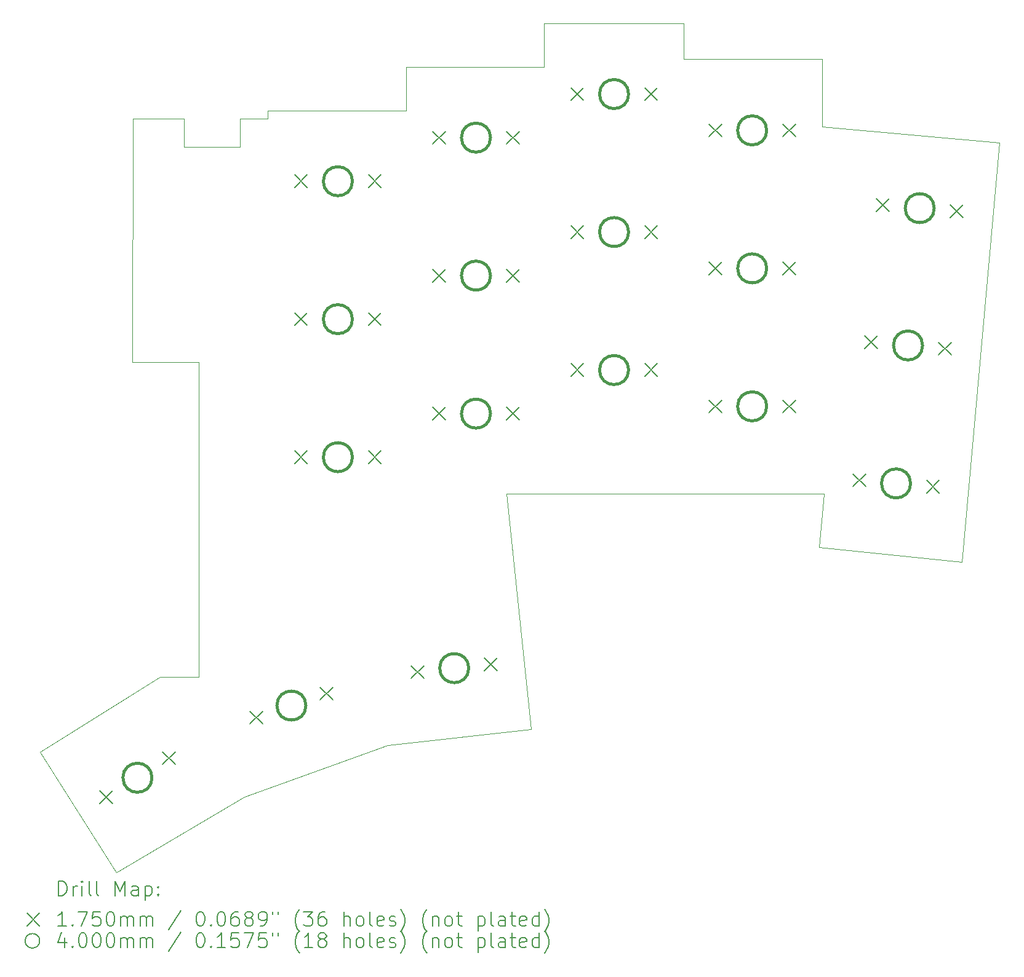
<source format=gbr>
%TF.GenerationSoftware,KiCad,Pcbnew,7.0.7*%
%TF.CreationDate,2023-11-26T11:10:45-07:00*%
%TF.ProjectId,TypeStationX,54797065-5374-4617-9469-6f6e582e6b69,rev?*%
%TF.SameCoordinates,Original*%
%TF.FileFunction,Drillmap*%
%TF.FilePolarity,Positive*%
%FSLAX45Y45*%
G04 Gerber Fmt 4.5, Leading zero omitted, Abs format (unit mm)*
G04 Created by KiCad (PCBNEW 7.0.7) date 2023-11-26 11:10:45*
%MOMM*%
%LPD*%
G01*
G04 APERTURE LIST*
%ADD10C,0.100000*%
%ADD11C,0.200000*%
%ADD12C,0.175000*%
%ADD13C,0.400000*%
G04 APERTURE END LIST*
D10*
X24107598Y-4690000D02*
X26007598Y-4690000D01*
X26007598Y-5620000D01*
X28447598Y-5840000D01*
X27927598Y-11610000D01*
X25967598Y-11410000D01*
X26037598Y-10670000D01*
X21667598Y-10670000D01*
X22007598Y-13920000D01*
X20027598Y-14140000D01*
X18057598Y-14850000D01*
X16297598Y-15890000D01*
X15247598Y-14230000D01*
X16902598Y-13200000D01*
X17427598Y-13200000D01*
X17427598Y-8860000D01*
X16517598Y-8860000D01*
X16522598Y-5510000D01*
X17232598Y-5510000D01*
X17232598Y-5900000D01*
X17997598Y-5900000D01*
X17997598Y-5510000D01*
X18382598Y-5510000D01*
X18382598Y-5400000D01*
X20282598Y-5400000D01*
X20282598Y-4800000D01*
X22182598Y-4800000D01*
X22182598Y-4195000D01*
X24107598Y-4195000D01*
X24107598Y-4690000D01*
D11*
D12*
X16069677Y-14765859D02*
X16244677Y-14940859D01*
X16244677Y-14765859D02*
X16069677Y-14940859D01*
X16931294Y-14227461D02*
X17106294Y-14402461D01*
X17106294Y-14227461D02*
X16931294Y-14402461D01*
X18138511Y-13668288D02*
X18313511Y-13843288D01*
X18313511Y-13668288D02*
X18138511Y-13843288D01*
X18750096Y-6282408D02*
X18925096Y-6457408D01*
X18925096Y-6282408D02*
X18750096Y-6457408D01*
X18750096Y-8182408D02*
X18925096Y-8357408D01*
X18925096Y-8182408D02*
X18750096Y-8357408D01*
X18750096Y-10082408D02*
X18925096Y-10257408D01*
X18925096Y-10082408D02*
X18750096Y-10257408D01*
X19099158Y-13337511D02*
X19274158Y-13512511D01*
X19274158Y-13337511D02*
X19099158Y-13512511D01*
X19766096Y-6282408D02*
X19941096Y-6457408D01*
X19941096Y-6282408D02*
X19766096Y-6457408D01*
X19766096Y-8182408D02*
X19941096Y-8357408D01*
X19941096Y-8182408D02*
X19766096Y-8357408D01*
X19766096Y-10082408D02*
X19941096Y-10257408D01*
X19941096Y-10082408D02*
X19766096Y-10257408D01*
X20353386Y-13040461D02*
X20528386Y-13215461D01*
X20528386Y-13040461D02*
X20353386Y-13215461D01*
X20650096Y-5682408D02*
X20825096Y-5857408D01*
X20825096Y-5682408D02*
X20650096Y-5857408D01*
X20650096Y-7582408D02*
X20825096Y-7757408D01*
X20825096Y-7582408D02*
X20650096Y-7757408D01*
X20650096Y-9482408D02*
X20825096Y-9657408D01*
X20825096Y-9482408D02*
X20650096Y-9657408D01*
X21363820Y-12934260D02*
X21538820Y-13109260D01*
X21538820Y-12934260D02*
X21363820Y-13109260D01*
X21666096Y-5682408D02*
X21841096Y-5857408D01*
X21841096Y-5682408D02*
X21666096Y-5857408D01*
X21666096Y-7582408D02*
X21841096Y-7757408D01*
X21841096Y-7582408D02*
X21666096Y-7757408D01*
X21666096Y-9482408D02*
X21841096Y-9657408D01*
X21841096Y-9482408D02*
X21666096Y-9657408D01*
X22550096Y-5082408D02*
X22725096Y-5257408D01*
X22725096Y-5082408D02*
X22550096Y-5257408D01*
X22550096Y-6982408D02*
X22725096Y-7157408D01*
X22725096Y-6982408D02*
X22550096Y-7157408D01*
X22550096Y-8882408D02*
X22725096Y-9057408D01*
X22725096Y-8882408D02*
X22550096Y-9057408D01*
X23566096Y-5082408D02*
X23741096Y-5257408D01*
X23741096Y-5082408D02*
X23566096Y-5257408D01*
X23566096Y-6982408D02*
X23741096Y-7157408D01*
X23741096Y-6982408D02*
X23566096Y-7157408D01*
X23566096Y-8882408D02*
X23741096Y-9057408D01*
X23741096Y-8882408D02*
X23566096Y-9057408D01*
X24450096Y-5582408D02*
X24625096Y-5757408D01*
X24625096Y-5582408D02*
X24450096Y-5757408D01*
X24450096Y-7482408D02*
X24625096Y-7657408D01*
X24625096Y-7482408D02*
X24450096Y-7657408D01*
X24450096Y-9382408D02*
X24625096Y-9557408D01*
X24625096Y-9382408D02*
X24450096Y-9557408D01*
X25466096Y-5582408D02*
X25641096Y-5757408D01*
X25641096Y-5582408D02*
X25466096Y-5757408D01*
X25466096Y-7482408D02*
X25641096Y-7657408D01*
X25641096Y-7482408D02*
X25466096Y-7657408D01*
X25466096Y-9382408D02*
X25641096Y-9557408D01*
X25641096Y-9382408D02*
X25466096Y-9557408D01*
X26431644Y-10399374D02*
X26606644Y-10574374D01*
X26606644Y-10399374D02*
X26431644Y-10574374D01*
X26596445Y-8499632D02*
X26771445Y-8674632D01*
X26771445Y-8499632D02*
X26596445Y-8674632D01*
X26757368Y-6609022D02*
X26932368Y-6784022D01*
X26932368Y-6609022D02*
X26757368Y-6784022D01*
X27443777Y-10487924D02*
X27618777Y-10662924D01*
X27618777Y-10487924D02*
X27443777Y-10662924D01*
X27608579Y-8588182D02*
X27783579Y-8763182D01*
X27783579Y-8588182D02*
X27608579Y-8763182D01*
X27769502Y-6697572D02*
X27944502Y-6872572D01*
X27944502Y-6697572D02*
X27769502Y-6872572D01*
D13*
X16787986Y-14584160D02*
G75*
G03*
X16787986Y-14584160I-200000J0D01*
G01*
X18906334Y-13590399D02*
G75*
G03*
X18906334Y-13590399I-200000J0D01*
G01*
X19545596Y-6369908D02*
G75*
G03*
X19545596Y-6369908I-200000J0D01*
G01*
X19545596Y-8269908D02*
G75*
G03*
X19545596Y-8269908I-200000J0D01*
G01*
X19545596Y-10169908D02*
G75*
G03*
X19545596Y-10169908I-200000J0D01*
G01*
X21146103Y-13074860D02*
G75*
G03*
X21146103Y-13074860I-200000J0D01*
G01*
X21445596Y-5769908D02*
G75*
G03*
X21445596Y-5769908I-200000J0D01*
G01*
X21445596Y-7669908D02*
G75*
G03*
X21445596Y-7669908I-200000J0D01*
G01*
X21445596Y-9569908D02*
G75*
G03*
X21445596Y-9569908I-200000J0D01*
G01*
X23345596Y-5169908D02*
G75*
G03*
X23345596Y-5169908I-200000J0D01*
G01*
X23345596Y-7069908D02*
G75*
G03*
X23345596Y-7069908I-200000J0D01*
G01*
X23345596Y-8969908D02*
G75*
G03*
X23345596Y-8969908I-200000J0D01*
G01*
X25245596Y-5669908D02*
G75*
G03*
X25245596Y-5669908I-200000J0D01*
G01*
X25245596Y-7569908D02*
G75*
G03*
X25245596Y-7569908I-200000J0D01*
G01*
X25245596Y-9469908D02*
G75*
G03*
X25245596Y-9469908I-200000J0D01*
G01*
X27225211Y-10531149D02*
G75*
G03*
X27225211Y-10531149I-200000J0D01*
G01*
X27390012Y-8631407D02*
G75*
G03*
X27390012Y-8631407I-200000J0D01*
G01*
X27550935Y-6740797D02*
G75*
G03*
X27550935Y-6740797I-200000J0D01*
G01*
D11*
X15503374Y-16206484D02*
X15503374Y-16006484D01*
X15503374Y-16006484D02*
X15550993Y-16006484D01*
X15550993Y-16006484D02*
X15579565Y-16016008D01*
X15579565Y-16016008D02*
X15598612Y-16035055D01*
X15598612Y-16035055D02*
X15608136Y-16054103D01*
X15608136Y-16054103D02*
X15617660Y-16092198D01*
X15617660Y-16092198D02*
X15617660Y-16120769D01*
X15617660Y-16120769D02*
X15608136Y-16158865D01*
X15608136Y-16158865D02*
X15598612Y-16177912D01*
X15598612Y-16177912D02*
X15579565Y-16196960D01*
X15579565Y-16196960D02*
X15550993Y-16206484D01*
X15550993Y-16206484D02*
X15503374Y-16206484D01*
X15703374Y-16206484D02*
X15703374Y-16073150D01*
X15703374Y-16111246D02*
X15712898Y-16092198D01*
X15712898Y-16092198D02*
X15722422Y-16082674D01*
X15722422Y-16082674D02*
X15741470Y-16073150D01*
X15741470Y-16073150D02*
X15760517Y-16073150D01*
X15827184Y-16206484D02*
X15827184Y-16073150D01*
X15827184Y-16006484D02*
X15817660Y-16016008D01*
X15817660Y-16016008D02*
X15827184Y-16025531D01*
X15827184Y-16025531D02*
X15836708Y-16016008D01*
X15836708Y-16016008D02*
X15827184Y-16006484D01*
X15827184Y-16006484D02*
X15827184Y-16025531D01*
X15950993Y-16206484D02*
X15931946Y-16196960D01*
X15931946Y-16196960D02*
X15922422Y-16177912D01*
X15922422Y-16177912D02*
X15922422Y-16006484D01*
X16055755Y-16206484D02*
X16036708Y-16196960D01*
X16036708Y-16196960D02*
X16027184Y-16177912D01*
X16027184Y-16177912D02*
X16027184Y-16006484D01*
X16284327Y-16206484D02*
X16284327Y-16006484D01*
X16284327Y-16006484D02*
X16350993Y-16149341D01*
X16350993Y-16149341D02*
X16417660Y-16006484D01*
X16417660Y-16006484D02*
X16417660Y-16206484D01*
X16598612Y-16206484D02*
X16598612Y-16101722D01*
X16598612Y-16101722D02*
X16589089Y-16082674D01*
X16589089Y-16082674D02*
X16570041Y-16073150D01*
X16570041Y-16073150D02*
X16531946Y-16073150D01*
X16531946Y-16073150D02*
X16512898Y-16082674D01*
X16598612Y-16196960D02*
X16579565Y-16206484D01*
X16579565Y-16206484D02*
X16531946Y-16206484D01*
X16531946Y-16206484D02*
X16512898Y-16196960D01*
X16512898Y-16196960D02*
X16503374Y-16177912D01*
X16503374Y-16177912D02*
X16503374Y-16158865D01*
X16503374Y-16158865D02*
X16512898Y-16139817D01*
X16512898Y-16139817D02*
X16531946Y-16130293D01*
X16531946Y-16130293D02*
X16579565Y-16130293D01*
X16579565Y-16130293D02*
X16598612Y-16120769D01*
X16693851Y-16073150D02*
X16693851Y-16273150D01*
X16693851Y-16082674D02*
X16712898Y-16073150D01*
X16712898Y-16073150D02*
X16750993Y-16073150D01*
X16750993Y-16073150D02*
X16770041Y-16082674D01*
X16770041Y-16082674D02*
X16779565Y-16092198D01*
X16779565Y-16092198D02*
X16789089Y-16111246D01*
X16789089Y-16111246D02*
X16789089Y-16168388D01*
X16789089Y-16168388D02*
X16779565Y-16187436D01*
X16779565Y-16187436D02*
X16770041Y-16196960D01*
X16770041Y-16196960D02*
X16750993Y-16206484D01*
X16750993Y-16206484D02*
X16712898Y-16206484D01*
X16712898Y-16206484D02*
X16693851Y-16196960D01*
X16874803Y-16187436D02*
X16884327Y-16196960D01*
X16884327Y-16196960D02*
X16874803Y-16206484D01*
X16874803Y-16206484D02*
X16865279Y-16196960D01*
X16865279Y-16196960D02*
X16874803Y-16187436D01*
X16874803Y-16187436D02*
X16874803Y-16206484D01*
X16874803Y-16082674D02*
X16884327Y-16092198D01*
X16884327Y-16092198D02*
X16874803Y-16101722D01*
X16874803Y-16101722D02*
X16865279Y-16092198D01*
X16865279Y-16092198D02*
X16874803Y-16082674D01*
X16874803Y-16082674D02*
X16874803Y-16101722D01*
D12*
X15067598Y-16447500D02*
X15242598Y-16622500D01*
X15242598Y-16447500D02*
X15067598Y-16622500D01*
D11*
X15608136Y-16626484D02*
X15493851Y-16626484D01*
X15550993Y-16626484D02*
X15550993Y-16426484D01*
X15550993Y-16426484D02*
X15531946Y-16455055D01*
X15531946Y-16455055D02*
X15512898Y-16474103D01*
X15512898Y-16474103D02*
X15493851Y-16483627D01*
X15693851Y-16607436D02*
X15703374Y-16616960D01*
X15703374Y-16616960D02*
X15693851Y-16626484D01*
X15693851Y-16626484D02*
X15684327Y-16616960D01*
X15684327Y-16616960D02*
X15693851Y-16607436D01*
X15693851Y-16607436D02*
X15693851Y-16626484D01*
X15770041Y-16426484D02*
X15903374Y-16426484D01*
X15903374Y-16426484D02*
X15817660Y-16626484D01*
X16074803Y-16426484D02*
X15979565Y-16426484D01*
X15979565Y-16426484D02*
X15970041Y-16521722D01*
X15970041Y-16521722D02*
X15979565Y-16512198D01*
X15979565Y-16512198D02*
X15998612Y-16502674D01*
X15998612Y-16502674D02*
X16046232Y-16502674D01*
X16046232Y-16502674D02*
X16065279Y-16512198D01*
X16065279Y-16512198D02*
X16074803Y-16521722D01*
X16074803Y-16521722D02*
X16084327Y-16540769D01*
X16084327Y-16540769D02*
X16084327Y-16588388D01*
X16084327Y-16588388D02*
X16074803Y-16607436D01*
X16074803Y-16607436D02*
X16065279Y-16616960D01*
X16065279Y-16616960D02*
X16046232Y-16626484D01*
X16046232Y-16626484D02*
X15998612Y-16626484D01*
X15998612Y-16626484D02*
X15979565Y-16616960D01*
X15979565Y-16616960D02*
X15970041Y-16607436D01*
X16208136Y-16426484D02*
X16227184Y-16426484D01*
X16227184Y-16426484D02*
X16246232Y-16436008D01*
X16246232Y-16436008D02*
X16255755Y-16445531D01*
X16255755Y-16445531D02*
X16265279Y-16464579D01*
X16265279Y-16464579D02*
X16274803Y-16502674D01*
X16274803Y-16502674D02*
X16274803Y-16550293D01*
X16274803Y-16550293D02*
X16265279Y-16588388D01*
X16265279Y-16588388D02*
X16255755Y-16607436D01*
X16255755Y-16607436D02*
X16246232Y-16616960D01*
X16246232Y-16616960D02*
X16227184Y-16626484D01*
X16227184Y-16626484D02*
X16208136Y-16626484D01*
X16208136Y-16626484D02*
X16189089Y-16616960D01*
X16189089Y-16616960D02*
X16179565Y-16607436D01*
X16179565Y-16607436D02*
X16170041Y-16588388D01*
X16170041Y-16588388D02*
X16160517Y-16550293D01*
X16160517Y-16550293D02*
X16160517Y-16502674D01*
X16160517Y-16502674D02*
X16170041Y-16464579D01*
X16170041Y-16464579D02*
X16179565Y-16445531D01*
X16179565Y-16445531D02*
X16189089Y-16436008D01*
X16189089Y-16436008D02*
X16208136Y-16426484D01*
X16360517Y-16626484D02*
X16360517Y-16493150D01*
X16360517Y-16512198D02*
X16370041Y-16502674D01*
X16370041Y-16502674D02*
X16389089Y-16493150D01*
X16389089Y-16493150D02*
X16417660Y-16493150D01*
X16417660Y-16493150D02*
X16436708Y-16502674D01*
X16436708Y-16502674D02*
X16446232Y-16521722D01*
X16446232Y-16521722D02*
X16446232Y-16626484D01*
X16446232Y-16521722D02*
X16455755Y-16502674D01*
X16455755Y-16502674D02*
X16474803Y-16493150D01*
X16474803Y-16493150D02*
X16503374Y-16493150D01*
X16503374Y-16493150D02*
X16522422Y-16502674D01*
X16522422Y-16502674D02*
X16531946Y-16521722D01*
X16531946Y-16521722D02*
X16531946Y-16626484D01*
X16627184Y-16626484D02*
X16627184Y-16493150D01*
X16627184Y-16512198D02*
X16636708Y-16502674D01*
X16636708Y-16502674D02*
X16655755Y-16493150D01*
X16655755Y-16493150D02*
X16684327Y-16493150D01*
X16684327Y-16493150D02*
X16703374Y-16502674D01*
X16703374Y-16502674D02*
X16712898Y-16521722D01*
X16712898Y-16521722D02*
X16712898Y-16626484D01*
X16712898Y-16521722D02*
X16722422Y-16502674D01*
X16722422Y-16502674D02*
X16741470Y-16493150D01*
X16741470Y-16493150D02*
X16770041Y-16493150D01*
X16770041Y-16493150D02*
X16789089Y-16502674D01*
X16789089Y-16502674D02*
X16798613Y-16521722D01*
X16798613Y-16521722D02*
X16798613Y-16626484D01*
X17189089Y-16416960D02*
X17017660Y-16674103D01*
X17446232Y-16426484D02*
X17465279Y-16426484D01*
X17465279Y-16426484D02*
X17484327Y-16436008D01*
X17484327Y-16436008D02*
X17493851Y-16445531D01*
X17493851Y-16445531D02*
X17503375Y-16464579D01*
X17503375Y-16464579D02*
X17512898Y-16502674D01*
X17512898Y-16502674D02*
X17512898Y-16550293D01*
X17512898Y-16550293D02*
X17503375Y-16588388D01*
X17503375Y-16588388D02*
X17493851Y-16607436D01*
X17493851Y-16607436D02*
X17484327Y-16616960D01*
X17484327Y-16616960D02*
X17465279Y-16626484D01*
X17465279Y-16626484D02*
X17446232Y-16626484D01*
X17446232Y-16626484D02*
X17427184Y-16616960D01*
X17427184Y-16616960D02*
X17417660Y-16607436D01*
X17417660Y-16607436D02*
X17408137Y-16588388D01*
X17408137Y-16588388D02*
X17398613Y-16550293D01*
X17398613Y-16550293D02*
X17398613Y-16502674D01*
X17398613Y-16502674D02*
X17408137Y-16464579D01*
X17408137Y-16464579D02*
X17417660Y-16445531D01*
X17417660Y-16445531D02*
X17427184Y-16436008D01*
X17427184Y-16436008D02*
X17446232Y-16426484D01*
X17598613Y-16607436D02*
X17608137Y-16616960D01*
X17608137Y-16616960D02*
X17598613Y-16626484D01*
X17598613Y-16626484D02*
X17589089Y-16616960D01*
X17589089Y-16616960D02*
X17598613Y-16607436D01*
X17598613Y-16607436D02*
X17598613Y-16626484D01*
X17731946Y-16426484D02*
X17750994Y-16426484D01*
X17750994Y-16426484D02*
X17770041Y-16436008D01*
X17770041Y-16436008D02*
X17779565Y-16445531D01*
X17779565Y-16445531D02*
X17789089Y-16464579D01*
X17789089Y-16464579D02*
X17798613Y-16502674D01*
X17798613Y-16502674D02*
X17798613Y-16550293D01*
X17798613Y-16550293D02*
X17789089Y-16588388D01*
X17789089Y-16588388D02*
X17779565Y-16607436D01*
X17779565Y-16607436D02*
X17770041Y-16616960D01*
X17770041Y-16616960D02*
X17750994Y-16626484D01*
X17750994Y-16626484D02*
X17731946Y-16626484D01*
X17731946Y-16626484D02*
X17712898Y-16616960D01*
X17712898Y-16616960D02*
X17703375Y-16607436D01*
X17703375Y-16607436D02*
X17693851Y-16588388D01*
X17693851Y-16588388D02*
X17684327Y-16550293D01*
X17684327Y-16550293D02*
X17684327Y-16502674D01*
X17684327Y-16502674D02*
X17693851Y-16464579D01*
X17693851Y-16464579D02*
X17703375Y-16445531D01*
X17703375Y-16445531D02*
X17712898Y-16436008D01*
X17712898Y-16436008D02*
X17731946Y-16426484D01*
X17970041Y-16426484D02*
X17931946Y-16426484D01*
X17931946Y-16426484D02*
X17912898Y-16436008D01*
X17912898Y-16436008D02*
X17903375Y-16445531D01*
X17903375Y-16445531D02*
X17884327Y-16474103D01*
X17884327Y-16474103D02*
X17874803Y-16512198D01*
X17874803Y-16512198D02*
X17874803Y-16588388D01*
X17874803Y-16588388D02*
X17884327Y-16607436D01*
X17884327Y-16607436D02*
X17893851Y-16616960D01*
X17893851Y-16616960D02*
X17912898Y-16626484D01*
X17912898Y-16626484D02*
X17950994Y-16626484D01*
X17950994Y-16626484D02*
X17970041Y-16616960D01*
X17970041Y-16616960D02*
X17979565Y-16607436D01*
X17979565Y-16607436D02*
X17989089Y-16588388D01*
X17989089Y-16588388D02*
X17989089Y-16540769D01*
X17989089Y-16540769D02*
X17979565Y-16521722D01*
X17979565Y-16521722D02*
X17970041Y-16512198D01*
X17970041Y-16512198D02*
X17950994Y-16502674D01*
X17950994Y-16502674D02*
X17912898Y-16502674D01*
X17912898Y-16502674D02*
X17893851Y-16512198D01*
X17893851Y-16512198D02*
X17884327Y-16521722D01*
X17884327Y-16521722D02*
X17874803Y-16540769D01*
X18103375Y-16512198D02*
X18084327Y-16502674D01*
X18084327Y-16502674D02*
X18074803Y-16493150D01*
X18074803Y-16493150D02*
X18065279Y-16474103D01*
X18065279Y-16474103D02*
X18065279Y-16464579D01*
X18065279Y-16464579D02*
X18074803Y-16445531D01*
X18074803Y-16445531D02*
X18084327Y-16436008D01*
X18084327Y-16436008D02*
X18103375Y-16426484D01*
X18103375Y-16426484D02*
X18141470Y-16426484D01*
X18141470Y-16426484D02*
X18160518Y-16436008D01*
X18160518Y-16436008D02*
X18170041Y-16445531D01*
X18170041Y-16445531D02*
X18179565Y-16464579D01*
X18179565Y-16464579D02*
X18179565Y-16474103D01*
X18179565Y-16474103D02*
X18170041Y-16493150D01*
X18170041Y-16493150D02*
X18160518Y-16502674D01*
X18160518Y-16502674D02*
X18141470Y-16512198D01*
X18141470Y-16512198D02*
X18103375Y-16512198D01*
X18103375Y-16512198D02*
X18084327Y-16521722D01*
X18084327Y-16521722D02*
X18074803Y-16531246D01*
X18074803Y-16531246D02*
X18065279Y-16550293D01*
X18065279Y-16550293D02*
X18065279Y-16588388D01*
X18065279Y-16588388D02*
X18074803Y-16607436D01*
X18074803Y-16607436D02*
X18084327Y-16616960D01*
X18084327Y-16616960D02*
X18103375Y-16626484D01*
X18103375Y-16626484D02*
X18141470Y-16626484D01*
X18141470Y-16626484D02*
X18160518Y-16616960D01*
X18160518Y-16616960D02*
X18170041Y-16607436D01*
X18170041Y-16607436D02*
X18179565Y-16588388D01*
X18179565Y-16588388D02*
X18179565Y-16550293D01*
X18179565Y-16550293D02*
X18170041Y-16531246D01*
X18170041Y-16531246D02*
X18160518Y-16521722D01*
X18160518Y-16521722D02*
X18141470Y-16512198D01*
X18274803Y-16626484D02*
X18312898Y-16626484D01*
X18312898Y-16626484D02*
X18331946Y-16616960D01*
X18331946Y-16616960D02*
X18341470Y-16607436D01*
X18341470Y-16607436D02*
X18360518Y-16578865D01*
X18360518Y-16578865D02*
X18370041Y-16540769D01*
X18370041Y-16540769D02*
X18370041Y-16464579D01*
X18370041Y-16464579D02*
X18360518Y-16445531D01*
X18360518Y-16445531D02*
X18350994Y-16436008D01*
X18350994Y-16436008D02*
X18331946Y-16426484D01*
X18331946Y-16426484D02*
X18293851Y-16426484D01*
X18293851Y-16426484D02*
X18274803Y-16436008D01*
X18274803Y-16436008D02*
X18265279Y-16445531D01*
X18265279Y-16445531D02*
X18255756Y-16464579D01*
X18255756Y-16464579D02*
X18255756Y-16512198D01*
X18255756Y-16512198D02*
X18265279Y-16531246D01*
X18265279Y-16531246D02*
X18274803Y-16540769D01*
X18274803Y-16540769D02*
X18293851Y-16550293D01*
X18293851Y-16550293D02*
X18331946Y-16550293D01*
X18331946Y-16550293D02*
X18350994Y-16540769D01*
X18350994Y-16540769D02*
X18360518Y-16531246D01*
X18360518Y-16531246D02*
X18370041Y-16512198D01*
X18446232Y-16426484D02*
X18446232Y-16464579D01*
X18522422Y-16426484D02*
X18522422Y-16464579D01*
X18817661Y-16702674D02*
X18808137Y-16693150D01*
X18808137Y-16693150D02*
X18789089Y-16664579D01*
X18789089Y-16664579D02*
X18779565Y-16645531D01*
X18779565Y-16645531D02*
X18770041Y-16616960D01*
X18770041Y-16616960D02*
X18760518Y-16569341D01*
X18760518Y-16569341D02*
X18760518Y-16531246D01*
X18760518Y-16531246D02*
X18770041Y-16483627D01*
X18770041Y-16483627D02*
X18779565Y-16455055D01*
X18779565Y-16455055D02*
X18789089Y-16436008D01*
X18789089Y-16436008D02*
X18808137Y-16407436D01*
X18808137Y-16407436D02*
X18817661Y-16397912D01*
X18874803Y-16426484D02*
X18998613Y-16426484D01*
X18998613Y-16426484D02*
X18931946Y-16502674D01*
X18931946Y-16502674D02*
X18960518Y-16502674D01*
X18960518Y-16502674D02*
X18979565Y-16512198D01*
X18979565Y-16512198D02*
X18989089Y-16521722D01*
X18989089Y-16521722D02*
X18998613Y-16540769D01*
X18998613Y-16540769D02*
X18998613Y-16588388D01*
X18998613Y-16588388D02*
X18989089Y-16607436D01*
X18989089Y-16607436D02*
X18979565Y-16616960D01*
X18979565Y-16616960D02*
X18960518Y-16626484D01*
X18960518Y-16626484D02*
X18903375Y-16626484D01*
X18903375Y-16626484D02*
X18884327Y-16616960D01*
X18884327Y-16616960D02*
X18874803Y-16607436D01*
X19170041Y-16426484D02*
X19131946Y-16426484D01*
X19131946Y-16426484D02*
X19112899Y-16436008D01*
X19112899Y-16436008D02*
X19103375Y-16445531D01*
X19103375Y-16445531D02*
X19084327Y-16474103D01*
X19084327Y-16474103D02*
X19074803Y-16512198D01*
X19074803Y-16512198D02*
X19074803Y-16588388D01*
X19074803Y-16588388D02*
X19084327Y-16607436D01*
X19084327Y-16607436D02*
X19093851Y-16616960D01*
X19093851Y-16616960D02*
X19112899Y-16626484D01*
X19112899Y-16626484D02*
X19150994Y-16626484D01*
X19150994Y-16626484D02*
X19170041Y-16616960D01*
X19170041Y-16616960D02*
X19179565Y-16607436D01*
X19179565Y-16607436D02*
X19189089Y-16588388D01*
X19189089Y-16588388D02*
X19189089Y-16540769D01*
X19189089Y-16540769D02*
X19179565Y-16521722D01*
X19179565Y-16521722D02*
X19170041Y-16512198D01*
X19170041Y-16512198D02*
X19150994Y-16502674D01*
X19150994Y-16502674D02*
X19112899Y-16502674D01*
X19112899Y-16502674D02*
X19093851Y-16512198D01*
X19093851Y-16512198D02*
X19084327Y-16521722D01*
X19084327Y-16521722D02*
X19074803Y-16540769D01*
X19427184Y-16626484D02*
X19427184Y-16426484D01*
X19512899Y-16626484D02*
X19512899Y-16521722D01*
X19512899Y-16521722D02*
X19503375Y-16502674D01*
X19503375Y-16502674D02*
X19484327Y-16493150D01*
X19484327Y-16493150D02*
X19455756Y-16493150D01*
X19455756Y-16493150D02*
X19436708Y-16502674D01*
X19436708Y-16502674D02*
X19427184Y-16512198D01*
X19636708Y-16626484D02*
X19617661Y-16616960D01*
X19617661Y-16616960D02*
X19608137Y-16607436D01*
X19608137Y-16607436D02*
X19598613Y-16588388D01*
X19598613Y-16588388D02*
X19598613Y-16531246D01*
X19598613Y-16531246D02*
X19608137Y-16512198D01*
X19608137Y-16512198D02*
X19617661Y-16502674D01*
X19617661Y-16502674D02*
X19636708Y-16493150D01*
X19636708Y-16493150D02*
X19665280Y-16493150D01*
X19665280Y-16493150D02*
X19684327Y-16502674D01*
X19684327Y-16502674D02*
X19693851Y-16512198D01*
X19693851Y-16512198D02*
X19703375Y-16531246D01*
X19703375Y-16531246D02*
X19703375Y-16588388D01*
X19703375Y-16588388D02*
X19693851Y-16607436D01*
X19693851Y-16607436D02*
X19684327Y-16616960D01*
X19684327Y-16616960D02*
X19665280Y-16626484D01*
X19665280Y-16626484D02*
X19636708Y-16626484D01*
X19817661Y-16626484D02*
X19798613Y-16616960D01*
X19798613Y-16616960D02*
X19789089Y-16597912D01*
X19789089Y-16597912D02*
X19789089Y-16426484D01*
X19970042Y-16616960D02*
X19950994Y-16626484D01*
X19950994Y-16626484D02*
X19912899Y-16626484D01*
X19912899Y-16626484D02*
X19893851Y-16616960D01*
X19893851Y-16616960D02*
X19884327Y-16597912D01*
X19884327Y-16597912D02*
X19884327Y-16521722D01*
X19884327Y-16521722D02*
X19893851Y-16502674D01*
X19893851Y-16502674D02*
X19912899Y-16493150D01*
X19912899Y-16493150D02*
X19950994Y-16493150D01*
X19950994Y-16493150D02*
X19970042Y-16502674D01*
X19970042Y-16502674D02*
X19979565Y-16521722D01*
X19979565Y-16521722D02*
X19979565Y-16540769D01*
X19979565Y-16540769D02*
X19884327Y-16559817D01*
X20055756Y-16616960D02*
X20074803Y-16626484D01*
X20074803Y-16626484D02*
X20112899Y-16626484D01*
X20112899Y-16626484D02*
X20131946Y-16616960D01*
X20131946Y-16616960D02*
X20141470Y-16597912D01*
X20141470Y-16597912D02*
X20141470Y-16588388D01*
X20141470Y-16588388D02*
X20131946Y-16569341D01*
X20131946Y-16569341D02*
X20112899Y-16559817D01*
X20112899Y-16559817D02*
X20084327Y-16559817D01*
X20084327Y-16559817D02*
X20065280Y-16550293D01*
X20065280Y-16550293D02*
X20055756Y-16531246D01*
X20055756Y-16531246D02*
X20055756Y-16521722D01*
X20055756Y-16521722D02*
X20065280Y-16502674D01*
X20065280Y-16502674D02*
X20084327Y-16493150D01*
X20084327Y-16493150D02*
X20112899Y-16493150D01*
X20112899Y-16493150D02*
X20131946Y-16502674D01*
X20208137Y-16702674D02*
X20217661Y-16693150D01*
X20217661Y-16693150D02*
X20236708Y-16664579D01*
X20236708Y-16664579D02*
X20246232Y-16645531D01*
X20246232Y-16645531D02*
X20255756Y-16616960D01*
X20255756Y-16616960D02*
X20265280Y-16569341D01*
X20265280Y-16569341D02*
X20265280Y-16531246D01*
X20265280Y-16531246D02*
X20255756Y-16483627D01*
X20255756Y-16483627D02*
X20246232Y-16455055D01*
X20246232Y-16455055D02*
X20236708Y-16436008D01*
X20236708Y-16436008D02*
X20217661Y-16407436D01*
X20217661Y-16407436D02*
X20208137Y-16397912D01*
X20570042Y-16702674D02*
X20560518Y-16693150D01*
X20560518Y-16693150D02*
X20541470Y-16664579D01*
X20541470Y-16664579D02*
X20531946Y-16645531D01*
X20531946Y-16645531D02*
X20522423Y-16616960D01*
X20522423Y-16616960D02*
X20512899Y-16569341D01*
X20512899Y-16569341D02*
X20512899Y-16531246D01*
X20512899Y-16531246D02*
X20522423Y-16483627D01*
X20522423Y-16483627D02*
X20531946Y-16455055D01*
X20531946Y-16455055D02*
X20541470Y-16436008D01*
X20541470Y-16436008D02*
X20560518Y-16407436D01*
X20560518Y-16407436D02*
X20570042Y-16397912D01*
X20646232Y-16493150D02*
X20646232Y-16626484D01*
X20646232Y-16512198D02*
X20655756Y-16502674D01*
X20655756Y-16502674D02*
X20674803Y-16493150D01*
X20674803Y-16493150D02*
X20703375Y-16493150D01*
X20703375Y-16493150D02*
X20722423Y-16502674D01*
X20722423Y-16502674D02*
X20731946Y-16521722D01*
X20731946Y-16521722D02*
X20731946Y-16626484D01*
X20855756Y-16626484D02*
X20836708Y-16616960D01*
X20836708Y-16616960D02*
X20827184Y-16607436D01*
X20827184Y-16607436D02*
X20817661Y-16588388D01*
X20817661Y-16588388D02*
X20817661Y-16531246D01*
X20817661Y-16531246D02*
X20827184Y-16512198D01*
X20827184Y-16512198D02*
X20836708Y-16502674D01*
X20836708Y-16502674D02*
X20855756Y-16493150D01*
X20855756Y-16493150D02*
X20884327Y-16493150D01*
X20884327Y-16493150D02*
X20903375Y-16502674D01*
X20903375Y-16502674D02*
X20912899Y-16512198D01*
X20912899Y-16512198D02*
X20922423Y-16531246D01*
X20922423Y-16531246D02*
X20922423Y-16588388D01*
X20922423Y-16588388D02*
X20912899Y-16607436D01*
X20912899Y-16607436D02*
X20903375Y-16616960D01*
X20903375Y-16616960D02*
X20884327Y-16626484D01*
X20884327Y-16626484D02*
X20855756Y-16626484D01*
X20979565Y-16493150D02*
X21055756Y-16493150D01*
X21008137Y-16426484D02*
X21008137Y-16597912D01*
X21008137Y-16597912D02*
X21017661Y-16616960D01*
X21017661Y-16616960D02*
X21036708Y-16626484D01*
X21036708Y-16626484D02*
X21055756Y-16626484D01*
X21274804Y-16493150D02*
X21274804Y-16693150D01*
X21274804Y-16502674D02*
X21293851Y-16493150D01*
X21293851Y-16493150D02*
X21331946Y-16493150D01*
X21331946Y-16493150D02*
X21350994Y-16502674D01*
X21350994Y-16502674D02*
X21360518Y-16512198D01*
X21360518Y-16512198D02*
X21370042Y-16531246D01*
X21370042Y-16531246D02*
X21370042Y-16588388D01*
X21370042Y-16588388D02*
X21360518Y-16607436D01*
X21360518Y-16607436D02*
X21350994Y-16616960D01*
X21350994Y-16616960D02*
X21331946Y-16626484D01*
X21331946Y-16626484D02*
X21293851Y-16626484D01*
X21293851Y-16626484D02*
X21274804Y-16616960D01*
X21484327Y-16626484D02*
X21465280Y-16616960D01*
X21465280Y-16616960D02*
X21455756Y-16597912D01*
X21455756Y-16597912D02*
X21455756Y-16426484D01*
X21646232Y-16626484D02*
X21646232Y-16521722D01*
X21646232Y-16521722D02*
X21636708Y-16502674D01*
X21636708Y-16502674D02*
X21617661Y-16493150D01*
X21617661Y-16493150D02*
X21579565Y-16493150D01*
X21579565Y-16493150D02*
X21560518Y-16502674D01*
X21646232Y-16616960D02*
X21627185Y-16626484D01*
X21627185Y-16626484D02*
X21579565Y-16626484D01*
X21579565Y-16626484D02*
X21560518Y-16616960D01*
X21560518Y-16616960D02*
X21550994Y-16597912D01*
X21550994Y-16597912D02*
X21550994Y-16578865D01*
X21550994Y-16578865D02*
X21560518Y-16559817D01*
X21560518Y-16559817D02*
X21579565Y-16550293D01*
X21579565Y-16550293D02*
X21627185Y-16550293D01*
X21627185Y-16550293D02*
X21646232Y-16540769D01*
X21712899Y-16493150D02*
X21789089Y-16493150D01*
X21741470Y-16426484D02*
X21741470Y-16597912D01*
X21741470Y-16597912D02*
X21750994Y-16616960D01*
X21750994Y-16616960D02*
X21770042Y-16626484D01*
X21770042Y-16626484D02*
X21789089Y-16626484D01*
X21931946Y-16616960D02*
X21912899Y-16626484D01*
X21912899Y-16626484D02*
X21874804Y-16626484D01*
X21874804Y-16626484D02*
X21855756Y-16616960D01*
X21855756Y-16616960D02*
X21846232Y-16597912D01*
X21846232Y-16597912D02*
X21846232Y-16521722D01*
X21846232Y-16521722D02*
X21855756Y-16502674D01*
X21855756Y-16502674D02*
X21874804Y-16493150D01*
X21874804Y-16493150D02*
X21912899Y-16493150D01*
X21912899Y-16493150D02*
X21931946Y-16502674D01*
X21931946Y-16502674D02*
X21941470Y-16521722D01*
X21941470Y-16521722D02*
X21941470Y-16540769D01*
X21941470Y-16540769D02*
X21846232Y-16559817D01*
X22112899Y-16626484D02*
X22112899Y-16426484D01*
X22112899Y-16616960D02*
X22093851Y-16626484D01*
X22093851Y-16626484D02*
X22055756Y-16626484D01*
X22055756Y-16626484D02*
X22036708Y-16616960D01*
X22036708Y-16616960D02*
X22027185Y-16607436D01*
X22027185Y-16607436D02*
X22017661Y-16588388D01*
X22017661Y-16588388D02*
X22017661Y-16531246D01*
X22017661Y-16531246D02*
X22027185Y-16512198D01*
X22027185Y-16512198D02*
X22036708Y-16502674D01*
X22036708Y-16502674D02*
X22055756Y-16493150D01*
X22055756Y-16493150D02*
X22093851Y-16493150D01*
X22093851Y-16493150D02*
X22112899Y-16502674D01*
X22189089Y-16702674D02*
X22198613Y-16693150D01*
X22198613Y-16693150D02*
X22217661Y-16664579D01*
X22217661Y-16664579D02*
X22227185Y-16645531D01*
X22227185Y-16645531D02*
X22236708Y-16616960D01*
X22236708Y-16616960D02*
X22246232Y-16569341D01*
X22246232Y-16569341D02*
X22246232Y-16531246D01*
X22246232Y-16531246D02*
X22236708Y-16483627D01*
X22236708Y-16483627D02*
X22227185Y-16455055D01*
X22227185Y-16455055D02*
X22217661Y-16436008D01*
X22217661Y-16436008D02*
X22198613Y-16407436D01*
X22198613Y-16407436D02*
X22189089Y-16397912D01*
X15242598Y-16830000D02*
G75*
G03*
X15242598Y-16830000I-100000J0D01*
G01*
X15589089Y-16788150D02*
X15589089Y-16921484D01*
X15541470Y-16711960D02*
X15493851Y-16854817D01*
X15493851Y-16854817D02*
X15617660Y-16854817D01*
X15693851Y-16902436D02*
X15703374Y-16911960D01*
X15703374Y-16911960D02*
X15693851Y-16921484D01*
X15693851Y-16921484D02*
X15684327Y-16911960D01*
X15684327Y-16911960D02*
X15693851Y-16902436D01*
X15693851Y-16902436D02*
X15693851Y-16921484D01*
X15827184Y-16721484D02*
X15846232Y-16721484D01*
X15846232Y-16721484D02*
X15865279Y-16731008D01*
X15865279Y-16731008D02*
X15874803Y-16740531D01*
X15874803Y-16740531D02*
X15884327Y-16759579D01*
X15884327Y-16759579D02*
X15893851Y-16797674D01*
X15893851Y-16797674D02*
X15893851Y-16845293D01*
X15893851Y-16845293D02*
X15884327Y-16883389D01*
X15884327Y-16883389D02*
X15874803Y-16902436D01*
X15874803Y-16902436D02*
X15865279Y-16911960D01*
X15865279Y-16911960D02*
X15846232Y-16921484D01*
X15846232Y-16921484D02*
X15827184Y-16921484D01*
X15827184Y-16921484D02*
X15808136Y-16911960D01*
X15808136Y-16911960D02*
X15798612Y-16902436D01*
X15798612Y-16902436D02*
X15789089Y-16883389D01*
X15789089Y-16883389D02*
X15779565Y-16845293D01*
X15779565Y-16845293D02*
X15779565Y-16797674D01*
X15779565Y-16797674D02*
X15789089Y-16759579D01*
X15789089Y-16759579D02*
X15798612Y-16740531D01*
X15798612Y-16740531D02*
X15808136Y-16731008D01*
X15808136Y-16731008D02*
X15827184Y-16721484D01*
X16017660Y-16721484D02*
X16036708Y-16721484D01*
X16036708Y-16721484D02*
X16055755Y-16731008D01*
X16055755Y-16731008D02*
X16065279Y-16740531D01*
X16065279Y-16740531D02*
X16074803Y-16759579D01*
X16074803Y-16759579D02*
X16084327Y-16797674D01*
X16084327Y-16797674D02*
X16084327Y-16845293D01*
X16084327Y-16845293D02*
X16074803Y-16883389D01*
X16074803Y-16883389D02*
X16065279Y-16902436D01*
X16065279Y-16902436D02*
X16055755Y-16911960D01*
X16055755Y-16911960D02*
X16036708Y-16921484D01*
X16036708Y-16921484D02*
X16017660Y-16921484D01*
X16017660Y-16921484D02*
X15998612Y-16911960D01*
X15998612Y-16911960D02*
X15989089Y-16902436D01*
X15989089Y-16902436D02*
X15979565Y-16883389D01*
X15979565Y-16883389D02*
X15970041Y-16845293D01*
X15970041Y-16845293D02*
X15970041Y-16797674D01*
X15970041Y-16797674D02*
X15979565Y-16759579D01*
X15979565Y-16759579D02*
X15989089Y-16740531D01*
X15989089Y-16740531D02*
X15998612Y-16731008D01*
X15998612Y-16731008D02*
X16017660Y-16721484D01*
X16208136Y-16721484D02*
X16227184Y-16721484D01*
X16227184Y-16721484D02*
X16246232Y-16731008D01*
X16246232Y-16731008D02*
X16255755Y-16740531D01*
X16255755Y-16740531D02*
X16265279Y-16759579D01*
X16265279Y-16759579D02*
X16274803Y-16797674D01*
X16274803Y-16797674D02*
X16274803Y-16845293D01*
X16274803Y-16845293D02*
X16265279Y-16883389D01*
X16265279Y-16883389D02*
X16255755Y-16902436D01*
X16255755Y-16902436D02*
X16246232Y-16911960D01*
X16246232Y-16911960D02*
X16227184Y-16921484D01*
X16227184Y-16921484D02*
X16208136Y-16921484D01*
X16208136Y-16921484D02*
X16189089Y-16911960D01*
X16189089Y-16911960D02*
X16179565Y-16902436D01*
X16179565Y-16902436D02*
X16170041Y-16883389D01*
X16170041Y-16883389D02*
X16160517Y-16845293D01*
X16160517Y-16845293D02*
X16160517Y-16797674D01*
X16160517Y-16797674D02*
X16170041Y-16759579D01*
X16170041Y-16759579D02*
X16179565Y-16740531D01*
X16179565Y-16740531D02*
X16189089Y-16731008D01*
X16189089Y-16731008D02*
X16208136Y-16721484D01*
X16360517Y-16921484D02*
X16360517Y-16788150D01*
X16360517Y-16807198D02*
X16370041Y-16797674D01*
X16370041Y-16797674D02*
X16389089Y-16788150D01*
X16389089Y-16788150D02*
X16417660Y-16788150D01*
X16417660Y-16788150D02*
X16436708Y-16797674D01*
X16436708Y-16797674D02*
X16446232Y-16816722D01*
X16446232Y-16816722D02*
X16446232Y-16921484D01*
X16446232Y-16816722D02*
X16455755Y-16797674D01*
X16455755Y-16797674D02*
X16474803Y-16788150D01*
X16474803Y-16788150D02*
X16503374Y-16788150D01*
X16503374Y-16788150D02*
X16522422Y-16797674D01*
X16522422Y-16797674D02*
X16531946Y-16816722D01*
X16531946Y-16816722D02*
X16531946Y-16921484D01*
X16627184Y-16921484D02*
X16627184Y-16788150D01*
X16627184Y-16807198D02*
X16636708Y-16797674D01*
X16636708Y-16797674D02*
X16655755Y-16788150D01*
X16655755Y-16788150D02*
X16684327Y-16788150D01*
X16684327Y-16788150D02*
X16703374Y-16797674D01*
X16703374Y-16797674D02*
X16712898Y-16816722D01*
X16712898Y-16816722D02*
X16712898Y-16921484D01*
X16712898Y-16816722D02*
X16722422Y-16797674D01*
X16722422Y-16797674D02*
X16741470Y-16788150D01*
X16741470Y-16788150D02*
X16770041Y-16788150D01*
X16770041Y-16788150D02*
X16789089Y-16797674D01*
X16789089Y-16797674D02*
X16798613Y-16816722D01*
X16798613Y-16816722D02*
X16798613Y-16921484D01*
X17189089Y-16711960D02*
X17017660Y-16969103D01*
X17446232Y-16721484D02*
X17465279Y-16721484D01*
X17465279Y-16721484D02*
X17484327Y-16731008D01*
X17484327Y-16731008D02*
X17493851Y-16740531D01*
X17493851Y-16740531D02*
X17503375Y-16759579D01*
X17503375Y-16759579D02*
X17512898Y-16797674D01*
X17512898Y-16797674D02*
X17512898Y-16845293D01*
X17512898Y-16845293D02*
X17503375Y-16883389D01*
X17503375Y-16883389D02*
X17493851Y-16902436D01*
X17493851Y-16902436D02*
X17484327Y-16911960D01*
X17484327Y-16911960D02*
X17465279Y-16921484D01*
X17465279Y-16921484D02*
X17446232Y-16921484D01*
X17446232Y-16921484D02*
X17427184Y-16911960D01*
X17427184Y-16911960D02*
X17417660Y-16902436D01*
X17417660Y-16902436D02*
X17408137Y-16883389D01*
X17408137Y-16883389D02*
X17398613Y-16845293D01*
X17398613Y-16845293D02*
X17398613Y-16797674D01*
X17398613Y-16797674D02*
X17408137Y-16759579D01*
X17408137Y-16759579D02*
X17417660Y-16740531D01*
X17417660Y-16740531D02*
X17427184Y-16731008D01*
X17427184Y-16731008D02*
X17446232Y-16721484D01*
X17598613Y-16902436D02*
X17608137Y-16911960D01*
X17608137Y-16911960D02*
X17598613Y-16921484D01*
X17598613Y-16921484D02*
X17589089Y-16911960D01*
X17589089Y-16911960D02*
X17598613Y-16902436D01*
X17598613Y-16902436D02*
X17598613Y-16921484D01*
X17798613Y-16921484D02*
X17684327Y-16921484D01*
X17741470Y-16921484D02*
X17741470Y-16721484D01*
X17741470Y-16721484D02*
X17722422Y-16750055D01*
X17722422Y-16750055D02*
X17703375Y-16769103D01*
X17703375Y-16769103D02*
X17684327Y-16778627D01*
X17979565Y-16721484D02*
X17884327Y-16721484D01*
X17884327Y-16721484D02*
X17874803Y-16816722D01*
X17874803Y-16816722D02*
X17884327Y-16807198D01*
X17884327Y-16807198D02*
X17903375Y-16797674D01*
X17903375Y-16797674D02*
X17950994Y-16797674D01*
X17950994Y-16797674D02*
X17970041Y-16807198D01*
X17970041Y-16807198D02*
X17979565Y-16816722D01*
X17979565Y-16816722D02*
X17989089Y-16835770D01*
X17989089Y-16835770D02*
X17989089Y-16883389D01*
X17989089Y-16883389D02*
X17979565Y-16902436D01*
X17979565Y-16902436D02*
X17970041Y-16911960D01*
X17970041Y-16911960D02*
X17950994Y-16921484D01*
X17950994Y-16921484D02*
X17903375Y-16921484D01*
X17903375Y-16921484D02*
X17884327Y-16911960D01*
X17884327Y-16911960D02*
X17874803Y-16902436D01*
X18055756Y-16721484D02*
X18189089Y-16721484D01*
X18189089Y-16721484D02*
X18103375Y-16921484D01*
X18360518Y-16721484D02*
X18265279Y-16721484D01*
X18265279Y-16721484D02*
X18255756Y-16816722D01*
X18255756Y-16816722D02*
X18265279Y-16807198D01*
X18265279Y-16807198D02*
X18284327Y-16797674D01*
X18284327Y-16797674D02*
X18331946Y-16797674D01*
X18331946Y-16797674D02*
X18350994Y-16807198D01*
X18350994Y-16807198D02*
X18360518Y-16816722D01*
X18360518Y-16816722D02*
X18370041Y-16835770D01*
X18370041Y-16835770D02*
X18370041Y-16883389D01*
X18370041Y-16883389D02*
X18360518Y-16902436D01*
X18360518Y-16902436D02*
X18350994Y-16911960D01*
X18350994Y-16911960D02*
X18331946Y-16921484D01*
X18331946Y-16921484D02*
X18284327Y-16921484D01*
X18284327Y-16921484D02*
X18265279Y-16911960D01*
X18265279Y-16911960D02*
X18255756Y-16902436D01*
X18446232Y-16721484D02*
X18446232Y-16759579D01*
X18522422Y-16721484D02*
X18522422Y-16759579D01*
X18817661Y-16997674D02*
X18808137Y-16988150D01*
X18808137Y-16988150D02*
X18789089Y-16959579D01*
X18789089Y-16959579D02*
X18779565Y-16940531D01*
X18779565Y-16940531D02*
X18770041Y-16911960D01*
X18770041Y-16911960D02*
X18760518Y-16864341D01*
X18760518Y-16864341D02*
X18760518Y-16826246D01*
X18760518Y-16826246D02*
X18770041Y-16778627D01*
X18770041Y-16778627D02*
X18779565Y-16750055D01*
X18779565Y-16750055D02*
X18789089Y-16731008D01*
X18789089Y-16731008D02*
X18808137Y-16702436D01*
X18808137Y-16702436D02*
X18817661Y-16692912D01*
X18998613Y-16921484D02*
X18884327Y-16921484D01*
X18941470Y-16921484D02*
X18941470Y-16721484D01*
X18941470Y-16721484D02*
X18922422Y-16750055D01*
X18922422Y-16750055D02*
X18903375Y-16769103D01*
X18903375Y-16769103D02*
X18884327Y-16778627D01*
X19112899Y-16807198D02*
X19093851Y-16797674D01*
X19093851Y-16797674D02*
X19084327Y-16788150D01*
X19084327Y-16788150D02*
X19074803Y-16769103D01*
X19074803Y-16769103D02*
X19074803Y-16759579D01*
X19074803Y-16759579D02*
X19084327Y-16740531D01*
X19084327Y-16740531D02*
X19093851Y-16731008D01*
X19093851Y-16731008D02*
X19112899Y-16721484D01*
X19112899Y-16721484D02*
X19150994Y-16721484D01*
X19150994Y-16721484D02*
X19170041Y-16731008D01*
X19170041Y-16731008D02*
X19179565Y-16740531D01*
X19179565Y-16740531D02*
X19189089Y-16759579D01*
X19189089Y-16759579D02*
X19189089Y-16769103D01*
X19189089Y-16769103D02*
X19179565Y-16788150D01*
X19179565Y-16788150D02*
X19170041Y-16797674D01*
X19170041Y-16797674D02*
X19150994Y-16807198D01*
X19150994Y-16807198D02*
X19112899Y-16807198D01*
X19112899Y-16807198D02*
X19093851Y-16816722D01*
X19093851Y-16816722D02*
X19084327Y-16826246D01*
X19084327Y-16826246D02*
X19074803Y-16845293D01*
X19074803Y-16845293D02*
X19074803Y-16883389D01*
X19074803Y-16883389D02*
X19084327Y-16902436D01*
X19084327Y-16902436D02*
X19093851Y-16911960D01*
X19093851Y-16911960D02*
X19112899Y-16921484D01*
X19112899Y-16921484D02*
X19150994Y-16921484D01*
X19150994Y-16921484D02*
X19170041Y-16911960D01*
X19170041Y-16911960D02*
X19179565Y-16902436D01*
X19179565Y-16902436D02*
X19189089Y-16883389D01*
X19189089Y-16883389D02*
X19189089Y-16845293D01*
X19189089Y-16845293D02*
X19179565Y-16826246D01*
X19179565Y-16826246D02*
X19170041Y-16816722D01*
X19170041Y-16816722D02*
X19150994Y-16807198D01*
X19427184Y-16921484D02*
X19427184Y-16721484D01*
X19512899Y-16921484D02*
X19512899Y-16816722D01*
X19512899Y-16816722D02*
X19503375Y-16797674D01*
X19503375Y-16797674D02*
X19484327Y-16788150D01*
X19484327Y-16788150D02*
X19455756Y-16788150D01*
X19455756Y-16788150D02*
X19436708Y-16797674D01*
X19436708Y-16797674D02*
X19427184Y-16807198D01*
X19636708Y-16921484D02*
X19617661Y-16911960D01*
X19617661Y-16911960D02*
X19608137Y-16902436D01*
X19608137Y-16902436D02*
X19598613Y-16883389D01*
X19598613Y-16883389D02*
X19598613Y-16826246D01*
X19598613Y-16826246D02*
X19608137Y-16807198D01*
X19608137Y-16807198D02*
X19617661Y-16797674D01*
X19617661Y-16797674D02*
X19636708Y-16788150D01*
X19636708Y-16788150D02*
X19665280Y-16788150D01*
X19665280Y-16788150D02*
X19684327Y-16797674D01*
X19684327Y-16797674D02*
X19693851Y-16807198D01*
X19693851Y-16807198D02*
X19703375Y-16826246D01*
X19703375Y-16826246D02*
X19703375Y-16883389D01*
X19703375Y-16883389D02*
X19693851Y-16902436D01*
X19693851Y-16902436D02*
X19684327Y-16911960D01*
X19684327Y-16911960D02*
X19665280Y-16921484D01*
X19665280Y-16921484D02*
X19636708Y-16921484D01*
X19817661Y-16921484D02*
X19798613Y-16911960D01*
X19798613Y-16911960D02*
X19789089Y-16892912D01*
X19789089Y-16892912D02*
X19789089Y-16721484D01*
X19970042Y-16911960D02*
X19950994Y-16921484D01*
X19950994Y-16921484D02*
X19912899Y-16921484D01*
X19912899Y-16921484D02*
X19893851Y-16911960D01*
X19893851Y-16911960D02*
X19884327Y-16892912D01*
X19884327Y-16892912D02*
X19884327Y-16816722D01*
X19884327Y-16816722D02*
X19893851Y-16797674D01*
X19893851Y-16797674D02*
X19912899Y-16788150D01*
X19912899Y-16788150D02*
X19950994Y-16788150D01*
X19950994Y-16788150D02*
X19970042Y-16797674D01*
X19970042Y-16797674D02*
X19979565Y-16816722D01*
X19979565Y-16816722D02*
X19979565Y-16835770D01*
X19979565Y-16835770D02*
X19884327Y-16854817D01*
X20055756Y-16911960D02*
X20074803Y-16921484D01*
X20074803Y-16921484D02*
X20112899Y-16921484D01*
X20112899Y-16921484D02*
X20131946Y-16911960D01*
X20131946Y-16911960D02*
X20141470Y-16892912D01*
X20141470Y-16892912D02*
X20141470Y-16883389D01*
X20141470Y-16883389D02*
X20131946Y-16864341D01*
X20131946Y-16864341D02*
X20112899Y-16854817D01*
X20112899Y-16854817D02*
X20084327Y-16854817D01*
X20084327Y-16854817D02*
X20065280Y-16845293D01*
X20065280Y-16845293D02*
X20055756Y-16826246D01*
X20055756Y-16826246D02*
X20055756Y-16816722D01*
X20055756Y-16816722D02*
X20065280Y-16797674D01*
X20065280Y-16797674D02*
X20084327Y-16788150D01*
X20084327Y-16788150D02*
X20112899Y-16788150D01*
X20112899Y-16788150D02*
X20131946Y-16797674D01*
X20208137Y-16997674D02*
X20217661Y-16988150D01*
X20217661Y-16988150D02*
X20236708Y-16959579D01*
X20236708Y-16959579D02*
X20246232Y-16940531D01*
X20246232Y-16940531D02*
X20255756Y-16911960D01*
X20255756Y-16911960D02*
X20265280Y-16864341D01*
X20265280Y-16864341D02*
X20265280Y-16826246D01*
X20265280Y-16826246D02*
X20255756Y-16778627D01*
X20255756Y-16778627D02*
X20246232Y-16750055D01*
X20246232Y-16750055D02*
X20236708Y-16731008D01*
X20236708Y-16731008D02*
X20217661Y-16702436D01*
X20217661Y-16702436D02*
X20208137Y-16692912D01*
X20570042Y-16997674D02*
X20560518Y-16988150D01*
X20560518Y-16988150D02*
X20541470Y-16959579D01*
X20541470Y-16959579D02*
X20531946Y-16940531D01*
X20531946Y-16940531D02*
X20522423Y-16911960D01*
X20522423Y-16911960D02*
X20512899Y-16864341D01*
X20512899Y-16864341D02*
X20512899Y-16826246D01*
X20512899Y-16826246D02*
X20522423Y-16778627D01*
X20522423Y-16778627D02*
X20531946Y-16750055D01*
X20531946Y-16750055D02*
X20541470Y-16731008D01*
X20541470Y-16731008D02*
X20560518Y-16702436D01*
X20560518Y-16702436D02*
X20570042Y-16692912D01*
X20646232Y-16788150D02*
X20646232Y-16921484D01*
X20646232Y-16807198D02*
X20655756Y-16797674D01*
X20655756Y-16797674D02*
X20674803Y-16788150D01*
X20674803Y-16788150D02*
X20703375Y-16788150D01*
X20703375Y-16788150D02*
X20722423Y-16797674D01*
X20722423Y-16797674D02*
X20731946Y-16816722D01*
X20731946Y-16816722D02*
X20731946Y-16921484D01*
X20855756Y-16921484D02*
X20836708Y-16911960D01*
X20836708Y-16911960D02*
X20827184Y-16902436D01*
X20827184Y-16902436D02*
X20817661Y-16883389D01*
X20817661Y-16883389D02*
X20817661Y-16826246D01*
X20817661Y-16826246D02*
X20827184Y-16807198D01*
X20827184Y-16807198D02*
X20836708Y-16797674D01*
X20836708Y-16797674D02*
X20855756Y-16788150D01*
X20855756Y-16788150D02*
X20884327Y-16788150D01*
X20884327Y-16788150D02*
X20903375Y-16797674D01*
X20903375Y-16797674D02*
X20912899Y-16807198D01*
X20912899Y-16807198D02*
X20922423Y-16826246D01*
X20922423Y-16826246D02*
X20922423Y-16883389D01*
X20922423Y-16883389D02*
X20912899Y-16902436D01*
X20912899Y-16902436D02*
X20903375Y-16911960D01*
X20903375Y-16911960D02*
X20884327Y-16921484D01*
X20884327Y-16921484D02*
X20855756Y-16921484D01*
X20979565Y-16788150D02*
X21055756Y-16788150D01*
X21008137Y-16721484D02*
X21008137Y-16892912D01*
X21008137Y-16892912D02*
X21017661Y-16911960D01*
X21017661Y-16911960D02*
X21036708Y-16921484D01*
X21036708Y-16921484D02*
X21055756Y-16921484D01*
X21274804Y-16788150D02*
X21274804Y-16988150D01*
X21274804Y-16797674D02*
X21293851Y-16788150D01*
X21293851Y-16788150D02*
X21331946Y-16788150D01*
X21331946Y-16788150D02*
X21350994Y-16797674D01*
X21350994Y-16797674D02*
X21360518Y-16807198D01*
X21360518Y-16807198D02*
X21370042Y-16826246D01*
X21370042Y-16826246D02*
X21370042Y-16883389D01*
X21370042Y-16883389D02*
X21360518Y-16902436D01*
X21360518Y-16902436D02*
X21350994Y-16911960D01*
X21350994Y-16911960D02*
X21331946Y-16921484D01*
X21331946Y-16921484D02*
X21293851Y-16921484D01*
X21293851Y-16921484D02*
X21274804Y-16911960D01*
X21484327Y-16921484D02*
X21465280Y-16911960D01*
X21465280Y-16911960D02*
X21455756Y-16892912D01*
X21455756Y-16892912D02*
X21455756Y-16721484D01*
X21646232Y-16921484D02*
X21646232Y-16816722D01*
X21646232Y-16816722D02*
X21636708Y-16797674D01*
X21636708Y-16797674D02*
X21617661Y-16788150D01*
X21617661Y-16788150D02*
X21579565Y-16788150D01*
X21579565Y-16788150D02*
X21560518Y-16797674D01*
X21646232Y-16911960D02*
X21627185Y-16921484D01*
X21627185Y-16921484D02*
X21579565Y-16921484D01*
X21579565Y-16921484D02*
X21560518Y-16911960D01*
X21560518Y-16911960D02*
X21550994Y-16892912D01*
X21550994Y-16892912D02*
X21550994Y-16873865D01*
X21550994Y-16873865D02*
X21560518Y-16854817D01*
X21560518Y-16854817D02*
X21579565Y-16845293D01*
X21579565Y-16845293D02*
X21627185Y-16845293D01*
X21627185Y-16845293D02*
X21646232Y-16835770D01*
X21712899Y-16788150D02*
X21789089Y-16788150D01*
X21741470Y-16721484D02*
X21741470Y-16892912D01*
X21741470Y-16892912D02*
X21750994Y-16911960D01*
X21750994Y-16911960D02*
X21770042Y-16921484D01*
X21770042Y-16921484D02*
X21789089Y-16921484D01*
X21931946Y-16911960D02*
X21912899Y-16921484D01*
X21912899Y-16921484D02*
X21874804Y-16921484D01*
X21874804Y-16921484D02*
X21855756Y-16911960D01*
X21855756Y-16911960D02*
X21846232Y-16892912D01*
X21846232Y-16892912D02*
X21846232Y-16816722D01*
X21846232Y-16816722D02*
X21855756Y-16797674D01*
X21855756Y-16797674D02*
X21874804Y-16788150D01*
X21874804Y-16788150D02*
X21912899Y-16788150D01*
X21912899Y-16788150D02*
X21931946Y-16797674D01*
X21931946Y-16797674D02*
X21941470Y-16816722D01*
X21941470Y-16816722D02*
X21941470Y-16835770D01*
X21941470Y-16835770D02*
X21846232Y-16854817D01*
X22112899Y-16921484D02*
X22112899Y-16721484D01*
X22112899Y-16911960D02*
X22093851Y-16921484D01*
X22093851Y-16921484D02*
X22055756Y-16921484D01*
X22055756Y-16921484D02*
X22036708Y-16911960D01*
X22036708Y-16911960D02*
X22027185Y-16902436D01*
X22027185Y-16902436D02*
X22017661Y-16883389D01*
X22017661Y-16883389D02*
X22017661Y-16826246D01*
X22017661Y-16826246D02*
X22027185Y-16807198D01*
X22027185Y-16807198D02*
X22036708Y-16797674D01*
X22036708Y-16797674D02*
X22055756Y-16788150D01*
X22055756Y-16788150D02*
X22093851Y-16788150D01*
X22093851Y-16788150D02*
X22112899Y-16797674D01*
X22189089Y-16997674D02*
X22198613Y-16988150D01*
X22198613Y-16988150D02*
X22217661Y-16959579D01*
X22217661Y-16959579D02*
X22227185Y-16940531D01*
X22227185Y-16940531D02*
X22236708Y-16911960D01*
X22236708Y-16911960D02*
X22246232Y-16864341D01*
X22246232Y-16864341D02*
X22246232Y-16826246D01*
X22246232Y-16826246D02*
X22236708Y-16778627D01*
X22236708Y-16778627D02*
X22227185Y-16750055D01*
X22227185Y-16750055D02*
X22217661Y-16731008D01*
X22217661Y-16731008D02*
X22198613Y-16702436D01*
X22198613Y-16702436D02*
X22189089Y-16692912D01*
M02*

</source>
